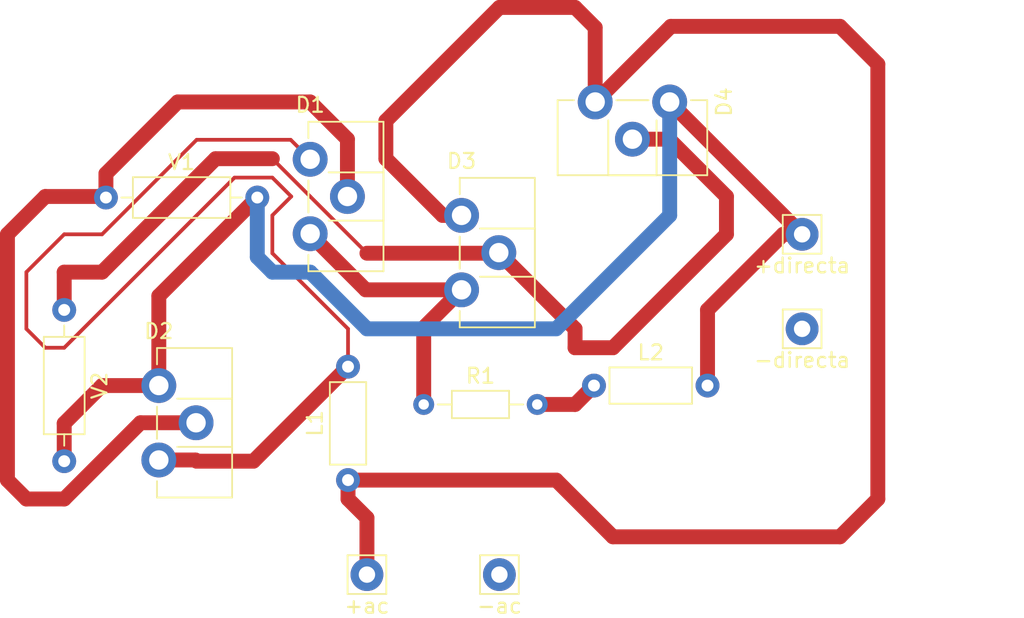
<source format=kicad_pcb>
(kicad_pcb (version 20171130) (host pcbnew "(5.1.4)-1")

  (general
    (thickness 1.6)
    (drawings 0)
    (tracks 89)
    (zones 0)
    (modules 13)
    (nets 8)
  )

  (page A4)
  (layers
    (0 F.Cu signal)
    (31 B.Cu signal)
    (32 B.Adhes user)
    (33 F.Adhes user)
    (34 B.Paste user)
    (35 F.Paste user)
    (36 B.SilkS user)
    (37 F.SilkS user)
    (38 B.Mask user)
    (39 F.Mask user)
    (40 Dwgs.User user)
    (41 Cmts.User user)
    (42 Eco1.User user)
    (43 Eco2.User user)
    (44 Edge.Cuts user)
    (45 Margin user)
    (46 B.CrtYd user)
    (47 F.CrtYd user)
    (48 B.Fab user)
    (49 F.Fab user)
  )

  (setup
    (last_trace_width 0.25)
    (user_trace_width 1)
    (trace_clearance 0.2)
    (zone_clearance 0.508)
    (zone_45_only no)
    (trace_min 0.2)
    (via_size 0.8)
    (via_drill 0.4)
    (via_min_size 0.4)
    (via_min_drill 0.3)
    (uvia_size 0.3)
    (uvia_drill 0.1)
    (uvias_allowed no)
    (uvia_min_size 0.2)
    (uvia_min_drill 0.1)
    (edge_width 0.05)
    (segment_width 0.2)
    (pcb_text_width 0.3)
    (pcb_text_size 1.5 1.5)
    (mod_edge_width 0.12)
    (mod_text_size 1 1)
    (mod_text_width 0.15)
    (pad_size 1.524 1.524)
    (pad_drill 0.762)
    (pad_to_mask_clearance 0.051)
    (solder_mask_min_width 0.25)
    (aux_axis_origin 0 0)
    (visible_elements 7FFFFFFF)
    (pcbplotparams
      (layerselection 0x010fc_ffffffff)
      (usegerberextensions false)
      (usegerberattributes false)
      (usegerberadvancedattributes false)
      (creategerberjobfile false)
      (excludeedgelayer true)
      (linewidth 0.100000)
      (plotframeref false)
      (viasonmask false)
      (mode 1)
      (useauxorigin false)
      (hpglpennumber 1)
      (hpglpenspeed 20)
      (hpglpendiameter 15.000000)
      (psnegative false)
      (psa4output false)
      (plotreference true)
      (plotvalue true)
      (plotinvisibletext false)
      (padsonsilk false)
      (subtractmaskfromsilk false)
      (outputformat 1)
      (mirror false)
      (drillshape 1)
      (scaleselection 1)
      (outputdirectory ""))
  )

  (net 0 "")
  (net 1 "Net-(D1-Pad1)")
  (net 2 "Net-(D1-Pad2)")
  (net 3 "Net-(D1-Pad3)")
  (net 4 Earth)
  (net 5 AC)
  (net 6 "Net-(D3-Pad2)")
  (net 7 "Net-(L2-Pad1)")

  (net_class Default "Esta es la clase de red por defecto."
    (clearance 0.2)
    (trace_width 0.25)
    (via_dia 0.8)
    (via_drill 0.4)
    (uvia_dia 0.3)
    (uvia_drill 0.1)
    (add_net AC)
    (add_net Earth)
    (add_net "Net-(D1-Pad1)")
    (add_net "Net-(D1-Pad2)")
    (add_net "Net-(D1-Pad3)")
    (add_net "Net-(D3-Pad2)")
    (add_net "Net-(L2-Pad1)")
  )

  (module Connector_Pin:Pin_D1.1mm_L8.5mm_W2.5mm_FlatFork (layer F.Cu) (tedit 5A1DC085) (tstamp 5D9F128E)
    (at 171.45 85.09)
    (descr "solder Pin_ with flat fork, hole diameter 1.1mm, length 8.5mm, width 2.5mm")
    (tags "solder Pin_ with flat fork")
    (fp_text reference -directa (at 0 2.1) (layer F.SilkS)
      (effects (font (size 1 1) (thickness 0.15)))
    )
    (fp_text value Pin_D1.1mm_L8.5mm_W2.5mm_FlatFork (at 0 -2.05) (layer F.Fab)
      (effects (font (size 1 1) (thickness 0.15)))
    )
    (fp_line (start 1.75 1.6) (end -1.75 1.6) (layer F.CrtYd) (width 0.05))
    (fp_line (start 1.75 1.6) (end 1.75 -1.6) (layer F.CrtYd) (width 0.05))
    (fp_line (start -1.75 -1.6) (end -1.75 1.6) (layer F.CrtYd) (width 0.05))
    (fp_line (start -1.75 -1.6) (end 1.75 -1.6) (layer F.CrtYd) (width 0.05))
    (fp_line (start 1.25 -0.25) (end -1.25 -0.25) (layer F.Fab) (width 0.12))
    (fp_line (start 1.25 0.25) (end 1.25 -0.25) (layer F.Fab) (width 0.12))
    (fp_line (start -1.25 0.25) (end 1.25 0.25) (layer F.Fab) (width 0.12))
    (fp_line (start -1.25 -0.25) (end -1.25 0.25) (layer F.Fab) (width 0.12))
    (fp_line (start -1.3 1.3) (end 1.3 1.3) (layer F.SilkS) (width 0.12))
    (fp_line (start 1.3 -1.3) (end 1.3 1.3) (layer F.SilkS) (width 0.12))
    (fp_line (start -1.3 -1.3) (end 1.3 -1.3) (layer F.SilkS) (width 0.12))
    (fp_line (start -1.3 1.3) (end -1.3 -1.3) (layer F.SilkS) (width 0.12))
    (fp_text user %R (at 0 2.1) (layer F.Fab)
      (effects (font (size 1 1) (thickness 0.15)))
    )
    (pad 1 thru_hole circle (at 0 0) (size 2.2 2.2) (drill 1.1) (layers *.Cu *.Mask))
    (model ${KISYS3DMOD}/Connector_Pin.3dshapes/Pin_D1.1mm_L8.5mm_W2.5mm_FlatFork.wrl
      (at (xyz 0 0 0))
      (scale (xyz 1 1 1))
      (rotate (xyz 0 0 0))
    )
  )

  (module Connector_Pin:Pin_D1.1mm_L8.5mm_W2.5mm_FlatFork (layer F.Cu) (tedit 5A1DC085) (tstamp 5D9F1249)
    (at 171.45 78.74)
    (descr "solder Pin_ with flat fork, hole diameter 1.1mm, length 8.5mm, width 2.5mm")
    (tags "solder Pin_ with flat fork")
    (fp_text reference +directa (at 0 2.1) (layer F.SilkS)
      (effects (font (size 1 1) (thickness 0.15)))
    )
    (fp_text value Pin_D1.1mm_L8.5mm_W2.5mm_FlatFork (at 0 -2.05) (layer F.Fab)
      (effects (font (size 1 1) (thickness 0.15)))
    )
    (fp_line (start 1.75 1.6) (end -1.75 1.6) (layer F.CrtYd) (width 0.05))
    (fp_line (start 1.75 1.6) (end 1.75 -1.6) (layer F.CrtYd) (width 0.05))
    (fp_line (start -1.75 -1.6) (end -1.75 1.6) (layer F.CrtYd) (width 0.05))
    (fp_line (start -1.75 -1.6) (end 1.75 -1.6) (layer F.CrtYd) (width 0.05))
    (fp_line (start 1.25 -0.25) (end -1.25 -0.25) (layer F.Fab) (width 0.12))
    (fp_line (start 1.25 0.25) (end 1.25 -0.25) (layer F.Fab) (width 0.12))
    (fp_line (start -1.25 0.25) (end 1.25 0.25) (layer F.Fab) (width 0.12))
    (fp_line (start -1.25 -0.25) (end -1.25 0.25) (layer F.Fab) (width 0.12))
    (fp_line (start -1.3 1.3) (end 1.3 1.3) (layer F.SilkS) (width 0.12))
    (fp_line (start 1.3 -1.3) (end 1.3 1.3) (layer F.SilkS) (width 0.12))
    (fp_line (start -1.3 -1.3) (end 1.3 -1.3) (layer F.SilkS) (width 0.12))
    (fp_line (start -1.3 1.3) (end -1.3 -1.3) (layer F.SilkS) (width 0.12))
    (fp_text user %R (at 0 2.1) (layer F.Fab)
      (effects (font (size 1 1) (thickness 0.15)))
    )
    (pad 1 thru_hole circle (at 0 0) (size 2.2 2.2) (drill 1.1) (layers *.Cu *.Mask))
    (model ${KISYS3DMOD}/Connector_Pin.3dshapes/Pin_D1.1mm_L8.5mm_W2.5mm_FlatFork.wrl
      (at (xyz 0 0 0))
      (scale (xyz 1 1 1))
      (rotate (xyz 0 0 0))
    )
  )

  (module Connector_Pin:Pin_D1.1mm_L8.5mm_W2.5mm_FlatFork (layer F.Cu) (tedit 5A1DC085) (tstamp 5D9F1204)
    (at 151.13 101.6)
    (descr "solder Pin_ with flat fork, hole diameter 1.1mm, length 8.5mm, width 2.5mm")
    (tags "solder Pin_ with flat fork")
    (fp_text reference -ac (at 0 2.1) (layer F.SilkS)
      (effects (font (size 1 1) (thickness 0.15)))
    )
    (fp_text value Pin_D1.1mm_L8.5mm_W2.5mm_FlatFork (at 0 -2.05) (layer F.Fab)
      (effects (font (size 1 1) (thickness 0.15)))
    )
    (fp_line (start 1.75 1.6) (end -1.75 1.6) (layer F.CrtYd) (width 0.05))
    (fp_line (start 1.75 1.6) (end 1.75 -1.6) (layer F.CrtYd) (width 0.05))
    (fp_line (start -1.75 -1.6) (end -1.75 1.6) (layer F.CrtYd) (width 0.05))
    (fp_line (start -1.75 -1.6) (end 1.75 -1.6) (layer F.CrtYd) (width 0.05))
    (fp_line (start 1.25 -0.25) (end -1.25 -0.25) (layer F.Fab) (width 0.12))
    (fp_line (start 1.25 0.25) (end 1.25 -0.25) (layer F.Fab) (width 0.12))
    (fp_line (start -1.25 0.25) (end 1.25 0.25) (layer F.Fab) (width 0.12))
    (fp_line (start -1.25 -0.25) (end -1.25 0.25) (layer F.Fab) (width 0.12))
    (fp_line (start -1.3 1.3) (end 1.3 1.3) (layer F.SilkS) (width 0.12))
    (fp_line (start 1.3 -1.3) (end 1.3 1.3) (layer F.SilkS) (width 0.12))
    (fp_line (start -1.3 -1.3) (end 1.3 -1.3) (layer F.SilkS) (width 0.12))
    (fp_line (start -1.3 1.3) (end -1.3 -1.3) (layer F.SilkS) (width 0.12))
    (fp_text user %R (at 0 2.1) (layer F.Fab)
      (effects (font (size 1 1) (thickness 0.15)))
    )
    (pad 1 thru_hole circle (at 0 0) (size 2.2 2.2) (drill 1.1) (layers *.Cu *.Mask))
    (model ${KISYS3DMOD}/Connector_Pin.3dshapes/Pin_D1.1mm_L8.5mm_W2.5mm_FlatFork.wrl
      (at (xyz 0 0 0))
      (scale (xyz 1 1 1))
      (rotate (xyz 0 0 0))
    )
  )

  (module Connector_Pin:Pin_D1.1mm_L8.5mm_W2.5mm_FlatFork (layer F.Cu) (tedit 5A1DC085) (tstamp 5D9F11BF)
    (at 142.24 101.6)
    (descr "solder Pin_ with flat fork, hole diameter 1.1mm, length 8.5mm, width 2.5mm")
    (tags "solder Pin_ with flat fork")
    (fp_text reference +ac (at 0 2.1) (layer F.SilkS)
      (effects (font (size 1 1) (thickness 0.15)))
    )
    (fp_text value Pin_D1.1mm_L8.5mm_W2.5mm_FlatFork (at 0 -2.05) (layer F.Fab)
      (effects (font (size 1 1) (thickness 0.15)))
    )
    (fp_line (start 1.75 1.6) (end -1.75 1.6) (layer F.CrtYd) (width 0.05))
    (fp_line (start 1.75 1.6) (end 1.75 -1.6) (layer F.CrtYd) (width 0.05))
    (fp_line (start -1.75 -1.6) (end -1.75 1.6) (layer F.CrtYd) (width 0.05))
    (fp_line (start -1.75 -1.6) (end 1.75 -1.6) (layer F.CrtYd) (width 0.05))
    (fp_line (start 1.25 -0.25) (end -1.25 -0.25) (layer F.Fab) (width 0.12))
    (fp_line (start 1.25 0.25) (end 1.25 -0.25) (layer F.Fab) (width 0.12))
    (fp_line (start -1.25 0.25) (end 1.25 0.25) (layer F.Fab) (width 0.12))
    (fp_line (start -1.25 -0.25) (end -1.25 0.25) (layer F.Fab) (width 0.12))
    (fp_line (start -1.3 1.3) (end 1.3 1.3) (layer F.SilkS) (width 0.12))
    (fp_line (start 1.3 -1.3) (end 1.3 1.3) (layer F.SilkS) (width 0.12))
    (fp_line (start -1.3 -1.3) (end 1.3 -1.3) (layer F.SilkS) (width 0.12))
    (fp_line (start -1.3 1.3) (end -1.3 -1.3) (layer F.SilkS) (width 0.12))
    (fp_text user %R (at 0 2.1) (layer F.Fab)
      (effects (font (size 1 1) (thickness 0.15)))
    )
    (pad 1 thru_hole circle (at 0 0) (size 2.2 2.2) (drill 1.1) (layers *.Cu *.Mask))
    (model ${KISYS3DMOD}/Connector_Pin.3dshapes/Pin_D1.1mm_L8.5mm_W2.5mm_FlatFork.wrl
      (at (xyz 0 0 0))
      (scale (xyz 1 1 1))
      (rotate (xyz 0 0 0))
    )
  )

  (module Resistor_THT:R_Axial_DIN0207_L6.3mm_D2.5mm_P10.16mm_Horizontal (layer F.Cu) (tedit 5AE5139B) (tstamp 5D9F0B2D)
    (at 121.92 83.82 270)
    (descr "Resistor, Axial_DIN0207 series, Axial, Horizontal, pin pitch=10.16mm, 0.25W = 1/4W, length*diameter=6.3*2.5mm^2, http://cdn-reichelt.de/documents/datenblatt/B400/1_4W%23YAG.pdf")
    (tags "Resistor Axial_DIN0207 series Axial Horizontal pin pitch 10.16mm 0.25W = 1/4W length 6.3mm diameter 2.5mm")
    (path /5D9F8E3C)
    (fp_text reference V2 (at 5.08 -2.37 90) (layer F.SilkS)
      (effects (font (size 1 1) (thickness 0.15)))
    )
    (fp_text value VPULSE (at 5.08 2.37 90) (layer F.Fab)
      (effects (font (size 1 1) (thickness 0.15)))
    )
    (fp_text user %R (at 5.08 0 90) (layer F.Fab)
      (effects (font (size 1 1) (thickness 0.15)))
    )
    (fp_line (start 11.21 -1.5) (end -1.05 -1.5) (layer F.CrtYd) (width 0.05))
    (fp_line (start 11.21 1.5) (end 11.21 -1.5) (layer F.CrtYd) (width 0.05))
    (fp_line (start -1.05 1.5) (end 11.21 1.5) (layer F.CrtYd) (width 0.05))
    (fp_line (start -1.05 -1.5) (end -1.05 1.5) (layer F.CrtYd) (width 0.05))
    (fp_line (start 9.12 0) (end 8.35 0) (layer F.SilkS) (width 0.12))
    (fp_line (start 1.04 0) (end 1.81 0) (layer F.SilkS) (width 0.12))
    (fp_line (start 8.35 -1.37) (end 1.81 -1.37) (layer F.SilkS) (width 0.12))
    (fp_line (start 8.35 1.37) (end 8.35 -1.37) (layer F.SilkS) (width 0.12))
    (fp_line (start 1.81 1.37) (end 8.35 1.37) (layer F.SilkS) (width 0.12))
    (fp_line (start 1.81 -1.37) (end 1.81 1.37) (layer F.SilkS) (width 0.12))
    (fp_line (start 10.16 0) (end 8.23 0) (layer F.Fab) (width 0.1))
    (fp_line (start 0 0) (end 1.93 0) (layer F.Fab) (width 0.1))
    (fp_line (start 8.23 -1.25) (end 1.93 -1.25) (layer F.Fab) (width 0.1))
    (fp_line (start 8.23 1.25) (end 8.23 -1.25) (layer F.Fab) (width 0.1))
    (fp_line (start 1.93 1.25) (end 8.23 1.25) (layer F.Fab) (width 0.1))
    (fp_line (start 1.93 -1.25) (end 1.93 1.25) (layer F.Fab) (width 0.1))
    (pad 2 thru_hole oval (at 10.16 0 270) (size 1.6 1.6) (drill 0.8) (layers *.Cu *.Mask)
      (net 4 Earth))
    (pad 1 thru_hole circle (at 0 0 270) (size 1.6 1.6) (drill 0.8) (layers *.Cu *.Mask)
      (net 6 "Net-(D3-Pad2)"))
    (model ${KISYS3DMOD}/Resistor_THT.3dshapes/R_Axial_DIN0207_L6.3mm_D2.5mm_P10.16mm_Horizontal.wrl
      (at (xyz 0 0 0))
      (scale (xyz 1 1 1))
      (rotate (xyz 0 0 0))
    )
  )

  (module Resistor_THT:R_Axial_DIN0207_L6.3mm_D2.5mm_P10.16mm_Horizontal (layer F.Cu) (tedit 5AE5139B) (tstamp 5D9F0B16)
    (at 124.72 76.27)
    (descr "Resistor, Axial_DIN0207 series, Axial, Horizontal, pin pitch=10.16mm, 0.25W = 1/4W, length*diameter=6.3*2.5mm^2, http://cdn-reichelt.de/documents/datenblatt/B400/1_4W%23YAG.pdf")
    (tags "Resistor Axial_DIN0207 series Axial Horizontal pin pitch 10.16mm 0.25W = 1/4W length 6.3mm diameter 2.5mm")
    (path /5D9F8B5A)
    (fp_text reference V1 (at 5.08 -2.37) (layer F.SilkS)
      (effects (font (size 1 1) (thickness 0.15)))
    )
    (fp_text value VPULSE (at 5.08 2.37) (layer F.Fab)
      (effects (font (size 1 1) (thickness 0.15)))
    )
    (fp_text user %R (at 5.08 0) (layer F.Fab)
      (effects (font (size 1 1) (thickness 0.15)))
    )
    (fp_line (start 11.21 -1.5) (end -1.05 -1.5) (layer F.CrtYd) (width 0.05))
    (fp_line (start 11.21 1.5) (end 11.21 -1.5) (layer F.CrtYd) (width 0.05))
    (fp_line (start -1.05 1.5) (end 11.21 1.5) (layer F.CrtYd) (width 0.05))
    (fp_line (start -1.05 -1.5) (end -1.05 1.5) (layer F.CrtYd) (width 0.05))
    (fp_line (start 9.12 0) (end 8.35 0) (layer F.SilkS) (width 0.12))
    (fp_line (start 1.04 0) (end 1.81 0) (layer F.SilkS) (width 0.12))
    (fp_line (start 8.35 -1.37) (end 1.81 -1.37) (layer F.SilkS) (width 0.12))
    (fp_line (start 8.35 1.37) (end 8.35 -1.37) (layer F.SilkS) (width 0.12))
    (fp_line (start 1.81 1.37) (end 8.35 1.37) (layer F.SilkS) (width 0.12))
    (fp_line (start 1.81 -1.37) (end 1.81 1.37) (layer F.SilkS) (width 0.12))
    (fp_line (start 10.16 0) (end 8.23 0) (layer F.Fab) (width 0.1))
    (fp_line (start 0 0) (end 1.93 0) (layer F.Fab) (width 0.1))
    (fp_line (start 8.23 -1.25) (end 1.93 -1.25) (layer F.Fab) (width 0.1))
    (fp_line (start 8.23 1.25) (end 8.23 -1.25) (layer F.Fab) (width 0.1))
    (fp_line (start 1.93 1.25) (end 8.23 1.25) (layer F.Fab) (width 0.1))
    (fp_line (start 1.93 -1.25) (end 1.93 1.25) (layer F.Fab) (width 0.1))
    (pad 2 thru_hole oval (at 10.16 0) (size 1.6 1.6) (drill 0.8) (layers *.Cu *.Mask)
      (net 4 Earth))
    (pad 1 thru_hole circle (at 0 0) (size 1.6 1.6) (drill 0.8) (layers *.Cu *.Mask)
      (net 2 "Net-(D1-Pad2)"))
    (model ${KISYS3DMOD}/Resistor_THT.3dshapes/R_Axial_DIN0207_L6.3mm_D2.5mm_P10.16mm_Horizontal.wrl
      (at (xyz 0 0 0))
      (scale (xyz 1 1 1))
      (rotate (xyz 0 0 0))
    )
  )

  (module Resistor_THT:R_Axial_DIN0204_L3.6mm_D1.6mm_P7.62mm_Horizontal (layer F.Cu) (tedit 5AE5139B) (tstamp 5D9F0AFF)
    (at 146.05 90.17)
    (descr "Resistor, Axial_DIN0204 series, Axial, Horizontal, pin pitch=7.62mm, 0.167W, length*diameter=3.6*1.6mm^2, http://cdn-reichelt.de/documents/datenblatt/B400/1_4W%23YAG.pdf")
    (tags "Resistor Axial_DIN0204 series Axial Horizontal pin pitch 7.62mm 0.167W length 3.6mm diameter 1.6mm")
    (path /5D9ED373)
    (fp_text reference R1 (at 3.81 -1.92) (layer F.SilkS)
      (effects (font (size 1 1) (thickness 0.15)))
    )
    (fp_text value R (at 3.81 1.92) (layer F.Fab)
      (effects (font (size 1 1) (thickness 0.15)))
    )
    (fp_text user %R (at 4.99 0) (layer F.Fab)
      (effects (font (size 0.72 0.72) (thickness 0.108)))
    )
    (fp_line (start 8.57 -1.05) (end -0.95 -1.05) (layer F.CrtYd) (width 0.05))
    (fp_line (start 8.57 1.05) (end 8.57 -1.05) (layer F.CrtYd) (width 0.05))
    (fp_line (start -0.95 1.05) (end 8.57 1.05) (layer F.CrtYd) (width 0.05))
    (fp_line (start -0.95 -1.05) (end -0.95 1.05) (layer F.CrtYd) (width 0.05))
    (fp_line (start 6.68 0) (end 5.73 0) (layer F.SilkS) (width 0.12))
    (fp_line (start 0.94 0) (end 1.89 0) (layer F.SilkS) (width 0.12))
    (fp_line (start 5.73 -0.92) (end 1.89 -0.92) (layer F.SilkS) (width 0.12))
    (fp_line (start 5.73 0.92) (end 5.73 -0.92) (layer F.SilkS) (width 0.12))
    (fp_line (start 1.89 0.92) (end 5.73 0.92) (layer F.SilkS) (width 0.12))
    (fp_line (start 1.89 -0.92) (end 1.89 0.92) (layer F.SilkS) (width 0.12))
    (fp_line (start 7.62 0) (end 5.61 0) (layer F.Fab) (width 0.1))
    (fp_line (start 0 0) (end 2.01 0) (layer F.Fab) (width 0.1))
    (fp_line (start 5.61 -0.8) (end 2.01 -0.8) (layer F.Fab) (width 0.1))
    (fp_line (start 5.61 0.8) (end 5.61 -0.8) (layer F.Fab) (width 0.1))
    (fp_line (start 2.01 0.8) (end 5.61 0.8) (layer F.Fab) (width 0.1))
    (fp_line (start 2.01 -0.8) (end 2.01 0.8) (layer F.Fab) (width 0.1))
    (pad 2 thru_hole oval (at 7.62 0) (size 1.4 1.4) (drill 0.7) (layers *.Cu *.Mask)
      (net 7 "Net-(L2-Pad1)"))
    (pad 1 thru_hole circle (at 0 0) (size 1.4 1.4) (drill 0.7) (layers *.Cu *.Mask)
      (net 3 "Net-(D1-Pad3)"))
    (model ${KISYS3DMOD}/Resistor_THT.3dshapes/R_Axial_DIN0204_L3.6mm_D1.6mm_P7.62mm_Horizontal.wrl
      (at (xyz 0 0 0))
      (scale (xyz 1 1 1))
      (rotate (xyz 0 0 0))
    )
  )

  (module Inductor_THT:L_Axial_L5.3mm_D2.2mm_P7.62mm_Horizontal_Vishay_IM-1 (layer F.Cu) (tedit 5AE59B05) (tstamp 5D9F0AE8)
    (at 157.48 88.9)
    (descr "Inductor, Axial series, Axial, Horizontal, pin pitch=7.62mm, , length*diameter=5.3*2.2mm^2, Vishay, IM-1, http://www.vishay.com/docs/34030/im.pdf")
    (tags "Inductor Axial series Axial Horizontal pin pitch 7.62mm  length 5.3mm diameter 2.2mm Vishay IM-1")
    (path /5D9ED4B6)
    (fp_text reference L2 (at 3.81 -2.22) (layer F.SilkS)
      (effects (font (size 1 1) (thickness 0.15)))
    )
    (fp_text value L (at 3.81 2.22) (layer F.Fab)
      (effects (font (size 1 1) (thickness 0.15)))
    )
    (fp_text user %R (at 3.81 0.11) (layer F.Fab)
      (effects (font (size 1 1) (thickness 0.15)))
    )
    (fp_line (start 8.67 -1.35) (end -1.05 -1.35) (layer F.CrtYd) (width 0.05))
    (fp_line (start 8.67 1.35) (end 8.67 -1.35) (layer F.CrtYd) (width 0.05))
    (fp_line (start -1.05 1.35) (end 8.67 1.35) (layer F.CrtYd) (width 0.05))
    (fp_line (start -1.05 -1.35) (end -1.05 1.35) (layer F.CrtYd) (width 0.05))
    (fp_line (start 6.58 -1.22) (end 1.04 -1.22) (layer F.SilkS) (width 0.12))
    (fp_line (start 6.58 1.22) (end 6.58 -1.22) (layer F.SilkS) (width 0.12))
    (fp_line (start 1.04 1.22) (end 6.58 1.22) (layer F.SilkS) (width 0.12))
    (fp_line (start 1.04 -1.22) (end 1.04 1.22) (layer F.SilkS) (width 0.12))
    (fp_line (start 7.62 0) (end 6.46 0) (layer F.Fab) (width 0.1))
    (fp_line (start 0 0) (end 1.16 0) (layer F.Fab) (width 0.1))
    (fp_line (start 6.46 -1.1) (end 1.16 -1.1) (layer F.Fab) (width 0.1))
    (fp_line (start 6.46 1.1) (end 6.46 -1.1) (layer F.Fab) (width 0.1))
    (fp_line (start 1.16 1.1) (end 6.46 1.1) (layer F.Fab) (width 0.1))
    (fp_line (start 1.16 -1.1) (end 1.16 1.1) (layer F.Fab) (width 0.1))
    (pad 2 thru_hole oval (at 7.62 0) (size 1.6 1.6) (drill 0.8) (layers *.Cu *.Mask)
      (net 4 Earth))
    (pad 1 thru_hole circle (at 0 0) (size 1.6 1.6) (drill 0.8) (layers *.Cu *.Mask)
      (net 7 "Net-(L2-Pad1)"))
    (model ${KISYS3DMOD}/Inductor_THT.3dshapes/L_Axial_L5.3mm_D2.2mm_P7.62mm_Horizontal_Vishay_IM-1.wrl
      (at (xyz 0 0 0))
      (scale (xyz 1 1 1))
      (rotate (xyz 0 0 0))
    )
  )

  (module Inductor_THT:L_Axial_L5.3mm_D2.2mm_P7.62mm_Horizontal_Vishay_IM-1 (layer F.Cu) (tedit 5AE59B05) (tstamp 5D9F0AD3)
    (at 140.97 95.25 90)
    (descr "Inductor, Axial series, Axial, Horizontal, pin pitch=7.62mm, , length*diameter=5.3*2.2mm^2, Vishay, IM-1, http://www.vishay.com/docs/34030/im.pdf")
    (tags "Inductor Axial series Axial Horizontal pin pitch 7.62mm  length 5.3mm diameter 2.2mm Vishay IM-1")
    (path /5D9EB7F5)
    (fp_text reference L1 (at 3.81 -2.22 90) (layer F.SilkS)
      (effects (font (size 1 1) (thickness 0.15)))
    )
    (fp_text value L (at 3.81 2.22 90) (layer F.Fab)
      (effects (font (size 1 1) (thickness 0.15)))
    )
    (fp_text user %R (at 3.81 0 90) (layer F.Fab)
      (effects (font (size 1 1) (thickness 0.15)))
    )
    (fp_line (start 8.67 -1.35) (end -1.05 -1.35) (layer F.CrtYd) (width 0.05))
    (fp_line (start 8.67 1.35) (end 8.67 -1.35) (layer F.CrtYd) (width 0.05))
    (fp_line (start -1.05 1.35) (end 8.67 1.35) (layer F.CrtYd) (width 0.05))
    (fp_line (start -1.05 -1.35) (end -1.05 1.35) (layer F.CrtYd) (width 0.05))
    (fp_line (start 6.58 -1.22) (end 1.04 -1.22) (layer F.SilkS) (width 0.12))
    (fp_line (start 6.58 1.22) (end 6.58 -1.22) (layer F.SilkS) (width 0.12))
    (fp_line (start 1.04 1.22) (end 6.58 1.22) (layer F.SilkS) (width 0.12))
    (fp_line (start 1.04 -1.22) (end 1.04 1.22) (layer F.SilkS) (width 0.12))
    (fp_line (start 7.62 0) (end 6.46 0) (layer F.Fab) (width 0.1))
    (fp_line (start 0 0) (end 1.16 0) (layer F.Fab) (width 0.1))
    (fp_line (start 6.46 -1.1) (end 1.16 -1.1) (layer F.Fab) (width 0.1))
    (fp_line (start 6.46 1.1) (end 6.46 -1.1) (layer F.Fab) (width 0.1))
    (fp_line (start 1.16 1.1) (end 6.46 1.1) (layer F.Fab) (width 0.1))
    (fp_line (start 1.16 -1.1) (end 1.16 1.1) (layer F.Fab) (width 0.1))
    (pad 2 thru_hole oval (at 7.62 0 90) (size 1.6 1.6) (drill 0.8) (layers *.Cu *.Mask)
      (net 1 "Net-(D1-Pad1)"))
    (pad 1 thru_hole circle (at 0 0 90) (size 1.6 1.6) (drill 0.8) (layers *.Cu *.Mask)
      (net 5 AC))
    (model ${KISYS3DMOD}/Inductor_THT.3dshapes/L_Axial_L5.3mm_D2.2mm_P7.62mm_Horizontal_Vishay_IM-1.wrl
      (at (xyz 0 0 0))
      (scale (xyz 1 1 1))
      (rotate (xyz 0 0 0))
    )
  )

  (module Potentiometer_THT:Potentiometer_ACP_CA9-H2,5_Horizontal (layer F.Cu) (tedit 5A3D4994) (tstamp 5D9F0ABE)
    (at 162.56 69.85 270)
    (descr "Potentiometer, horizontal, ACP CA9-H2,5, http://www.acptechnologies.com/wp-content/uploads/2017/05/02-ACP-CA9-CE9.pdf")
    (tags "Potentiometer horizontal ACP CA9-H2,5")
    (path /5D9ED1E2)
    (fp_text reference D4 (at 0 -3.65 90) (layer F.SilkS)
      (effects (font (size 1 1) (thickness 0.15)))
    )
    (fp_text value Q_SCR_AGK (at 0 8.65 90) (layer F.Fab)
      (effects (font (size 1 1) (thickness 0.15)))
    )
    (fp_text user %R (at 2.4 2.5 90) (layer F.Fab)
      (effects (font (size 1 1) (thickness 0.15)))
    )
    (fp_line (start 5.05 -2.7) (end -1.45 -2.7) (layer F.CrtYd) (width 0.05))
    (fp_line (start 5.05 7.65) (end 5.05 -2.7) (layer F.CrtYd) (width 0.05))
    (fp_line (start -1.45 7.65) (end 5.05 7.65) (layer F.CrtYd) (width 0.05))
    (fp_line (start -1.45 -2.7) (end -1.45 7.65) (layer F.CrtYd) (width 0.05))
    (fp_line (start 4.92 0.88) (end 4.92 4.12) (layer F.SilkS) (width 0.12))
    (fp_line (start -0.121 1.426) (end -0.121 3.575) (layer F.SilkS) (width 0.12))
    (fp_line (start 1.237 4.12) (end 4.92 4.12) (layer F.SilkS) (width 0.12))
    (fp_line (start 1.237 0.88) (end 4.92 0.88) (layer F.SilkS) (width 0.12))
    (fp_line (start -0.121 1.426) (end -0.121 3.575) (layer F.SilkS) (width 0.12))
    (fp_line (start -0.121 -2.521) (end -0.121 -1.426) (layer F.SilkS) (width 0.12))
    (fp_line (start -0.121 6.425) (end -0.121 7.52) (layer F.SilkS) (width 0.12))
    (fp_line (start 4.92 -2.521) (end 4.92 7.52) (layer F.SilkS) (width 0.12))
    (fp_line (start -0.121 7.52) (end 4.92 7.52) (layer F.SilkS) (width 0.12))
    (fp_line (start -0.121 -2.521) (end 4.92 -2.521) (layer F.SilkS) (width 0.12))
    (fp_line (start 4.8 1) (end 0 1) (layer F.Fab) (width 0.1))
    (fp_line (start 4.8 4) (end 4.8 1) (layer F.Fab) (width 0.1))
    (fp_line (start 0 4) (end 4.8 4) (layer F.Fab) (width 0.1))
    (fp_line (start 0 1) (end 0 4) (layer F.Fab) (width 0.1))
    (fp_line (start 0 -2.4) (end 4.8 -2.4) (layer F.Fab) (width 0.1))
    (fp_line (start 0 7.4) (end 0 -2.4) (layer F.Fab) (width 0.1))
    (fp_line (start 4.8 7.4) (end 0 7.4) (layer F.Fab) (width 0.1))
    (fp_line (start 4.8 -2.4) (end 4.8 7.4) (layer F.Fab) (width 0.1))
    (pad 1 thru_hole circle (at 0 0 270) (size 2.34 2.34) (drill 1.3) (layers *.Cu *.Mask)
      (net 4 Earth))
    (pad 2 thru_hole circle (at 2.5 2.5 270) (size 2.34 2.34) (drill 1.3) (layers *.Cu *.Mask)
      (net 6 "Net-(D3-Pad2)"))
    (pad 3 thru_hole circle (at 0 5 270) (size 2.34 2.34) (drill 1.3) (layers *.Cu *.Mask)
      (net 5 AC))
    (model ${KISYS3DMOD}/Potentiometer_THT.3dshapes/Potentiometer_ACP_CA9-H2,5_Horizontal.wrl
      (at (xyz 0 0 0))
      (scale (xyz 1 1 1))
      (rotate (xyz 0 0 0))
    )
  )

  (module Potentiometer_THT:Potentiometer_ACP_CA9-H2,5_Horizontal (layer F.Cu) (tedit 5A3D4994) (tstamp 5D9F0AA0)
    (at 148.59 77.47)
    (descr "Potentiometer, horizontal, ACP CA9-H2,5, http://www.acptechnologies.com/wp-content/uploads/2017/05/02-ACP-CA9-CE9.pdf")
    (tags "Potentiometer horizontal ACP CA9-H2,5")
    (path /5D9ECF4B)
    (fp_text reference D3 (at 0 -3.65) (layer F.SilkS)
      (effects (font (size 1 1) (thickness 0.15)))
    )
    (fp_text value Q_SCR_AGK (at 0 8.65) (layer F.Fab)
      (effects (font (size 1 1) (thickness 0.15)))
    )
    (fp_text user %R (at 2.4 2.5) (layer F.Fab)
      (effects (font (size 1 1) (thickness 0.15)))
    )
    (fp_line (start 5.05 -2.7) (end -1.45 -2.7) (layer F.CrtYd) (width 0.05))
    (fp_line (start 5.05 7.65) (end 5.05 -2.7) (layer F.CrtYd) (width 0.05))
    (fp_line (start -1.45 7.65) (end 5.05 7.65) (layer F.CrtYd) (width 0.05))
    (fp_line (start -1.45 -2.7) (end -1.45 7.65) (layer F.CrtYd) (width 0.05))
    (fp_line (start 4.92 0.88) (end 4.92 4.12) (layer F.SilkS) (width 0.12))
    (fp_line (start -0.121 1.426) (end -0.121 3.575) (layer F.SilkS) (width 0.12))
    (fp_line (start 1.237 4.12) (end 4.92 4.12) (layer F.SilkS) (width 0.12))
    (fp_line (start 1.237 0.88) (end 4.92 0.88) (layer F.SilkS) (width 0.12))
    (fp_line (start -0.121 1.426) (end -0.121 3.575) (layer F.SilkS) (width 0.12))
    (fp_line (start -0.121 -2.521) (end -0.121 -1.426) (layer F.SilkS) (width 0.12))
    (fp_line (start -0.121 6.425) (end -0.121 7.52) (layer F.SilkS) (width 0.12))
    (fp_line (start 4.92 -2.521) (end 4.92 7.52) (layer F.SilkS) (width 0.12))
    (fp_line (start -0.121 7.52) (end 4.92 7.52) (layer F.SilkS) (width 0.12))
    (fp_line (start -0.121 -2.521) (end 4.92 -2.521) (layer F.SilkS) (width 0.12))
    (fp_line (start 4.8 1) (end 0 1) (layer F.Fab) (width 0.1))
    (fp_line (start 4.8 4) (end 4.8 1) (layer F.Fab) (width 0.1))
    (fp_line (start 0 4) (end 4.8 4) (layer F.Fab) (width 0.1))
    (fp_line (start 0 1) (end 0 4) (layer F.Fab) (width 0.1))
    (fp_line (start 0 -2.4) (end 4.8 -2.4) (layer F.Fab) (width 0.1))
    (fp_line (start 0 7.4) (end 0 -2.4) (layer F.Fab) (width 0.1))
    (fp_line (start 4.8 7.4) (end 0 7.4) (layer F.Fab) (width 0.1))
    (fp_line (start 4.8 -2.4) (end 4.8 7.4) (layer F.Fab) (width 0.1))
    (pad 1 thru_hole circle (at 0 0) (size 2.34 2.34) (drill 1.3) (layers *.Cu *.Mask)
      (net 5 AC))
    (pad 2 thru_hole circle (at 2.5 2.5) (size 2.34 2.34) (drill 1.3) (layers *.Cu *.Mask)
      (net 6 "Net-(D3-Pad2)"))
    (pad 3 thru_hole circle (at 0 5) (size 2.34 2.34) (drill 1.3) (layers *.Cu *.Mask)
      (net 3 "Net-(D1-Pad3)"))
    (model ${KISYS3DMOD}/Potentiometer_THT.3dshapes/Potentiometer_ACP_CA9-H2,5_Horizontal.wrl
      (at (xyz 0 0 0))
      (scale (xyz 1 1 1))
      (rotate (xyz 0 0 0))
    )
  )

  (module Potentiometer_THT:Potentiometer_ACP_CA9-H2,5_Horizontal (layer F.Cu) (tedit 5A3D4994) (tstamp 5D9F0A82)
    (at 128.27 88.9)
    (descr "Potentiometer, horizontal, ACP CA9-H2,5, http://www.acptechnologies.com/wp-content/uploads/2017/05/02-ACP-CA9-CE9.pdf")
    (tags "Potentiometer horizontal ACP CA9-H2,5")
    (path /5D9ED081)
    (fp_text reference D2 (at 0 -3.65) (layer F.SilkS)
      (effects (font (size 1 1) (thickness 0.15)))
    )
    (fp_text value Q_SCR_AGK (at 0 8.65) (layer F.Fab)
      (effects (font (size 1 1) (thickness 0.15)))
    )
    (fp_text user %R (at 2.4 2.5) (layer F.Fab)
      (effects (font (size 1 1) (thickness 0.15)))
    )
    (fp_line (start 5.05 -2.7) (end -1.45 -2.7) (layer F.CrtYd) (width 0.05))
    (fp_line (start 5.05 7.65) (end 5.05 -2.7) (layer F.CrtYd) (width 0.05))
    (fp_line (start -1.45 7.65) (end 5.05 7.65) (layer F.CrtYd) (width 0.05))
    (fp_line (start -1.45 -2.7) (end -1.45 7.65) (layer F.CrtYd) (width 0.05))
    (fp_line (start 4.92 0.88) (end 4.92 4.12) (layer F.SilkS) (width 0.12))
    (fp_line (start -0.121 1.426) (end -0.121 3.575) (layer F.SilkS) (width 0.12))
    (fp_line (start 1.237 4.12) (end 4.92 4.12) (layer F.SilkS) (width 0.12))
    (fp_line (start 1.237 0.88) (end 4.92 0.88) (layer F.SilkS) (width 0.12))
    (fp_line (start -0.121 1.426) (end -0.121 3.575) (layer F.SilkS) (width 0.12))
    (fp_line (start -0.121 -2.521) (end -0.121 -1.426) (layer F.SilkS) (width 0.12))
    (fp_line (start -0.121 6.425) (end -0.121 7.52) (layer F.SilkS) (width 0.12))
    (fp_line (start 4.92 -2.521) (end 4.92 7.52) (layer F.SilkS) (width 0.12))
    (fp_line (start -0.121 7.52) (end 4.92 7.52) (layer F.SilkS) (width 0.12))
    (fp_line (start -0.121 -2.521) (end 4.92 -2.521) (layer F.SilkS) (width 0.12))
    (fp_line (start 4.8 1) (end 0 1) (layer F.Fab) (width 0.1))
    (fp_line (start 4.8 4) (end 4.8 1) (layer F.Fab) (width 0.1))
    (fp_line (start 0 4) (end 4.8 4) (layer F.Fab) (width 0.1))
    (fp_line (start 0 1) (end 0 4) (layer F.Fab) (width 0.1))
    (fp_line (start 0 -2.4) (end 4.8 -2.4) (layer F.Fab) (width 0.1))
    (fp_line (start 0 7.4) (end 0 -2.4) (layer F.Fab) (width 0.1))
    (fp_line (start 4.8 7.4) (end 0 7.4) (layer F.Fab) (width 0.1))
    (fp_line (start 4.8 -2.4) (end 4.8 7.4) (layer F.Fab) (width 0.1))
    (pad 1 thru_hole circle (at 0 0) (size 2.34 2.34) (drill 1.3) (layers *.Cu *.Mask)
      (net 4 Earth))
    (pad 2 thru_hole circle (at 2.5 2.5) (size 2.34 2.34) (drill 1.3) (layers *.Cu *.Mask)
      (net 2 "Net-(D1-Pad2)"))
    (pad 3 thru_hole circle (at 0 5) (size 2.34 2.34) (drill 1.3) (layers *.Cu *.Mask)
      (net 1 "Net-(D1-Pad1)"))
    (model ${KISYS3DMOD}/Potentiometer_THT.3dshapes/Potentiometer_ACP_CA9-H2,5_Horizontal.wrl
      (at (xyz 0 0 0))
      (scale (xyz 1 1 1))
      (rotate (xyz 0 0 0))
    )
  )

  (module Potentiometer_THT:Potentiometer_ACP_CA9-H2,5_Horizontal (layer F.Cu) (tedit 5A3D4994) (tstamp 5D9F0A64)
    (at 138.43 73.7)
    (descr "Potentiometer, horizontal, ACP CA9-H2,5, http://www.acptechnologies.com/wp-content/uploads/2017/05/02-ACP-CA9-CE9.pdf")
    (tags "Potentiometer horizontal ACP CA9-H2,5")
    (path /5D9ECC58)
    (fp_text reference D1 (at 0 -3.65) (layer F.SilkS)
      (effects (font (size 1 1) (thickness 0.15)))
    )
    (fp_text value Q_SCR_AGK (at 0 8.65) (layer F.Fab)
      (effects (font (size 1 1) (thickness 0.15)))
    )
    (fp_text user %R (at 2.4 2.5) (layer F.Fab)
      (effects (font (size 1 1) (thickness 0.15)))
    )
    (fp_line (start 5.05 -2.7) (end -1.45 -2.7) (layer F.CrtYd) (width 0.05))
    (fp_line (start 5.05 7.65) (end 5.05 -2.7) (layer F.CrtYd) (width 0.05))
    (fp_line (start -1.45 7.65) (end 5.05 7.65) (layer F.CrtYd) (width 0.05))
    (fp_line (start -1.45 -2.7) (end -1.45 7.65) (layer F.CrtYd) (width 0.05))
    (fp_line (start 4.92 0.88) (end 4.92 4.12) (layer F.SilkS) (width 0.12))
    (fp_line (start -0.121 1.426) (end -0.121 3.575) (layer F.SilkS) (width 0.12))
    (fp_line (start 1.237 4.12) (end 4.92 4.12) (layer F.SilkS) (width 0.12))
    (fp_line (start 1.237 0.88) (end 4.92 0.88) (layer F.SilkS) (width 0.12))
    (fp_line (start -0.121 1.426) (end -0.121 3.575) (layer F.SilkS) (width 0.12))
    (fp_line (start -0.121 -2.521) (end -0.121 -1.426) (layer F.SilkS) (width 0.12))
    (fp_line (start -0.121 6.425) (end -0.121 7.52) (layer F.SilkS) (width 0.12))
    (fp_line (start 4.92 -2.521) (end 4.92 7.52) (layer F.SilkS) (width 0.12))
    (fp_line (start -0.121 7.52) (end 4.92 7.52) (layer F.SilkS) (width 0.12))
    (fp_line (start -0.121 -2.521) (end 4.92 -2.521) (layer F.SilkS) (width 0.12))
    (fp_line (start 4.8 1) (end 0 1) (layer F.Fab) (width 0.1))
    (fp_line (start 4.8 4) (end 4.8 1) (layer F.Fab) (width 0.1))
    (fp_line (start 0 4) (end 4.8 4) (layer F.Fab) (width 0.1))
    (fp_line (start 0 1) (end 0 4) (layer F.Fab) (width 0.1))
    (fp_line (start 0 -2.4) (end 4.8 -2.4) (layer F.Fab) (width 0.1))
    (fp_line (start 0 7.4) (end 0 -2.4) (layer F.Fab) (width 0.1))
    (fp_line (start 4.8 7.4) (end 0 7.4) (layer F.Fab) (width 0.1))
    (fp_line (start 4.8 -2.4) (end 4.8 7.4) (layer F.Fab) (width 0.1))
    (pad 1 thru_hole circle (at 0 0) (size 2.34 2.34) (drill 1.3) (layers *.Cu *.Mask)
      (net 1 "Net-(D1-Pad1)"))
    (pad 2 thru_hole circle (at 2.5 2.5) (size 2.34 2.34) (drill 1.3) (layers *.Cu *.Mask)
      (net 2 "Net-(D1-Pad2)"))
    (pad 3 thru_hole circle (at 0 5) (size 2.34 2.34) (drill 1.3) (layers *.Cu *.Mask)
      (net 3 "Net-(D1-Pad3)"))
    (model ${KISYS3DMOD}/Potentiometer_THT.3dshapes/Potentiometer_ACP_CA9-H2,5_Horizontal.wrl
      (at (xyz 0 0 0))
      (scale (xyz 1 1 1))
      (rotate (xyz 0 0 0))
    )
  )

  (segment (start 142.24 101.6) (end 142.24 97.79) (width 1) (layer F.Cu) (net 0))
  (segment (start 171.45 78.74) (end 170.18 78.74) (width 1) (layer F.Cu) (net 0))
  (segment (start 128.27 93.9) (end 130.73 93.9) (width 1) (layer F.Cu) (net 1))
  (segment (start 130.73 93.9) (end 130.81 93.98) (width 1) (layer F.Cu) (net 1))
  (segment (start 134.62 93.98) (end 140.97 87.63) (width 1) (layer F.Cu) (net 1))
  (segment (start 130.81 93.98) (end 134.62 93.98) (width 1) (layer F.Cu) (net 1))
  (segment (start 130.81 72.39) (end 137.12 72.39) (width 0.25) (layer F.Cu) (net 1))
  (segment (start 121.92 78.74) (end 124.46 78.74) (width 0.25) (layer F.Cu) (net 1))
  (segment (start 119.38 81.28) (end 121.92 78.74) (width 0.25) (layer F.Cu) (net 1))
  (segment (start 120.65 86.36) (end 119.38 85.09) (width 0.25) (layer F.Cu) (net 1))
  (segment (start 124.46 78.74) (end 130.81 72.39) (width 0.25) (layer F.Cu) (net 1))
  (segment (start 121.92 86.36) (end 120.65 86.36) (width 0.25) (layer F.Cu) (net 1))
  (segment (start 133.35 74.93) (end 121.92 86.36) (width 0.25) (layer F.Cu) (net 1))
  (segment (start 140.97 85.09) (end 135.89 80.01) (width 0.25) (layer F.Cu) (net 1))
  (segment (start 140.97 87.63) (end 140.97 85.09) (width 0.25) (layer F.Cu) (net 1))
  (segment (start 137.12 72.39) (end 138.43 73.7) (width 0.25) (layer F.Cu) (net 1))
  (segment (start 135.89 77.47) (end 137.16 76.2) (width 0.25) (layer F.Cu) (net 1))
  (segment (start 119.38 85.09) (end 119.38 81.28) (width 0.25) (layer F.Cu) (net 1))
  (segment (start 135.89 80.01) (end 135.89 77.47) (width 0.25) (layer F.Cu) (net 1))
  (segment (start 137.16 76.2) (end 135.89 74.93) (width 0.25) (layer F.Cu) (net 1))
  (segment (start 135.89 74.93) (end 133.35 74.93) (width 0.25) (layer F.Cu) (net 1))
  (segment (start 130.77 91.4) (end 127.04 91.4) (width 1) (layer F.Cu) (net 2))
  (segment (start 127.04 91.4) (end 121.92 96.52) (width 1) (layer F.Cu) (net 2))
  (segment (start 121.92 96.52) (end 119.38 96.52) (width 1) (layer F.Cu) (net 2))
  (segment (start 119.38 96.52) (end 118.11 95.25) (width 1) (layer F.Cu) (net 2))
  (segment (start 118.11 95.25) (end 118.11 78.74) (width 1) (layer F.Cu) (net 2))
  (segment (start 118.11 78.74) (end 120.65 76.2) (width 1) (layer F.Cu) (net 2))
  (segment (start 124.65 76.2) (end 124.72 76.27) (width 1) (layer F.Cu) (net 2))
  (segment (start 120.65 76.2) (end 124.65 76.2) (width 1) (layer F.Cu) (net 2))
  (segment (start 124.72 76.27) (end 124.72 74.67) (width 1) (layer F.Cu) (net 2))
  (segment (start 124.72 74.67) (end 129.54 69.85) (width 1) (layer F.Cu) (net 2))
  (segment (start 129.54 69.85) (end 138.43 69.85) (width 1) (layer F.Cu) (net 2))
  (segment (start 140.93 72.35) (end 140.93 76.2) (width 1) (layer F.Cu) (net 2))
  (segment (start 138.43 69.85) (end 140.93 72.35) (width 1) (layer F.Cu) (net 2))
  (segment (start 138.43 78.7) (end 138.43 78.74) (width 1) (layer F.Cu) (net 3))
  (segment (start 142.16 82.47) (end 148.59 82.47) (width 1) (layer F.Cu) (net 3))
  (segment (start 138.43 78.74) (end 142.16 82.47) (width 1) (layer F.Cu) (net 3))
  (segment (start 146.05 85.01) (end 148.59 82.47) (width 1) (layer F.Cu) (net 3))
  (segment (start 146.05 90.17) (end 146.05 85.01) (width 1) (layer F.Cu) (net 3))
  (segment (start 165.1 83.82) (end 165.1 88.9) (width 1) (layer F.Cu) (net 4))
  (segment (start 170.18 78.74) (end 165.1 83.82) (width 1) (layer F.Cu) (net 4))
  (segment (start 162.56 69.85) (end 171.45 78.74) (width 1) (layer F.Cu) (net 4))
  (segment (start 121.92 93.98) (end 121.92 91.44) (width 1) (layer F.Cu) (net 4))
  (segment (start 124.46 88.9) (end 128.27 88.9) (width 1) (layer F.Cu) (net 4))
  (segment (start 121.92 91.44) (end 124.46 88.9) (width 1) (layer F.Cu) (net 4))
  (segment (start 128.27 82.88) (end 134.88 76.27) (width 1) (layer F.Cu) (net 4))
  (segment (start 128.27 88.9) (end 128.27 82.88) (width 1) (layer F.Cu) (net 4))
  (segment (start 162.56 69.85) (end 162.56 77.47) (width 1) (layer B.Cu) (net 4))
  (segment (start 162.56 77.47) (end 154.94 85.09) (width 1) (layer B.Cu) (net 4))
  (segment (start 154.94 85.09) (end 142.24 85.09) (width 1) (layer B.Cu) (net 4))
  (segment (start 142.24 85.09) (end 138.43 81.28) (width 1) (layer B.Cu) (net 4))
  (segment (start 138.43 81.28) (end 135.89 81.28) (width 1) (layer B.Cu) (net 4))
  (segment (start 134.88 80.27) (end 134.88 76.27) (width 1) (layer B.Cu) (net 4))
  (segment (start 135.89 81.28) (end 134.88 80.27) (width 1) (layer B.Cu) (net 4))
  (segment (start 140.97 96.52) (end 140.97 95.25) (width 1) (layer F.Cu) (net 5))
  (segment (start 142.24 97.79) (end 140.97 96.52) (width 1) (layer F.Cu) (net 5))
  (segment (start 140.97 95.25) (end 154.94 95.25) (width 1) (layer F.Cu) (net 5))
  (segment (start 154.94 95.25) (end 158.75 99.06) (width 1) (layer F.Cu) (net 5))
  (segment (start 158.75 99.06) (end 173.99 99.06) (width 1) (layer F.Cu) (net 5))
  (segment (start 173.99 99.06) (end 176.53 96.52) (width 1) (layer F.Cu) (net 5))
  (segment (start 176.53 96.52) (end 176.53 67.31) (width 1) (layer F.Cu) (net 5))
  (segment (start 176.53 67.31) (end 173.99 64.77) (width 1) (layer F.Cu) (net 5))
  (segment (start 162.64 64.77) (end 157.56 69.85) (width 1) (layer F.Cu) (net 5))
  (segment (start 173.99 64.77) (end 162.64 64.77) (width 1) (layer F.Cu) (net 5))
  (segment (start 157.56 64.85) (end 157.56 69.85) (width 1) (layer F.Cu) (net 5))
  (segment (start 148.59 77.47) (end 147.32 77.47) (width 1) (layer F.Cu) (net 5))
  (segment (start 143.51 73.66) (end 143.51 71.12) (width 1) (layer F.Cu) (net 5))
  (segment (start 143.51 71.12) (end 151.13 63.5) (width 1) (layer F.Cu) (net 5))
  (segment (start 147.32 77.47) (end 143.51 73.66) (width 1) (layer F.Cu) (net 5))
  (segment (start 151.13 63.5) (end 156.21 63.5) (width 1) (layer F.Cu) (net 5))
  (segment (start 156.21 63.5) (end 157.56 64.85) (width 1) (layer F.Cu) (net 5))
  (segment (start 121.92 83.82) (end 121.92 81.28) (width 1) (layer F.Cu) (net 6))
  (segment (start 151.05 80.01) (end 151.09 79.97) (width 1) (layer F.Cu) (net 6))
  (segment (start 142.24 80.01) (end 151.05 80.01) (width 1) (layer F.Cu) (net 6))
  (segment (start 121.92 81.28) (end 124.46 81.28) (width 1) (layer F.Cu) (net 6))
  (segment (start 124.46 81.28) (end 129.54 76.2) (width 1) (layer F.Cu) (net 6))
  (segment (start 129.54 76.2) (end 132.08 73.66) (width 1) (layer F.Cu) (net 6))
  (segment (start 132.08 73.66) (end 135.89 73.66) (width 1) (layer F.Cu) (net 6))
  (segment (start 135.89 73.66) (end 138.43 76.2) (width 0.25) (layer F.Cu) (net 6))
  (segment (start 138.43 76.2) (end 142.24 80.01) (width 0.25) (layer F.Cu) (net 6))
  (segment (start 156.21 85.09) (end 151.09 79.97) (width 1) (layer F.Cu) (net 6))
  (segment (start 162.52 72.35) (end 166.37 76.2) (width 1) (layer F.Cu) (net 6))
  (segment (start 160.06 72.35) (end 162.52 72.35) (width 1) (layer F.Cu) (net 6))
  (segment (start 158.75 86.36) (end 156.21 86.36) (width 1) (layer F.Cu) (net 6))
  (segment (start 166.37 76.2) (end 166.37 78.74) (width 1) (layer F.Cu) (net 6))
  (segment (start 166.37 78.74) (end 158.75 86.36) (width 1) (layer F.Cu) (net 6))
  (segment (start 156.21 86.36) (end 156.21 85.09) (width 1) (layer F.Cu) (net 6))
  (segment (start 156.21 90.17) (end 157.48 88.9) (width 1) (layer F.Cu) (net 7))
  (segment (start 153.67 90.17) (end 156.21 90.17) (width 1) (layer F.Cu) (net 7))

)

</source>
